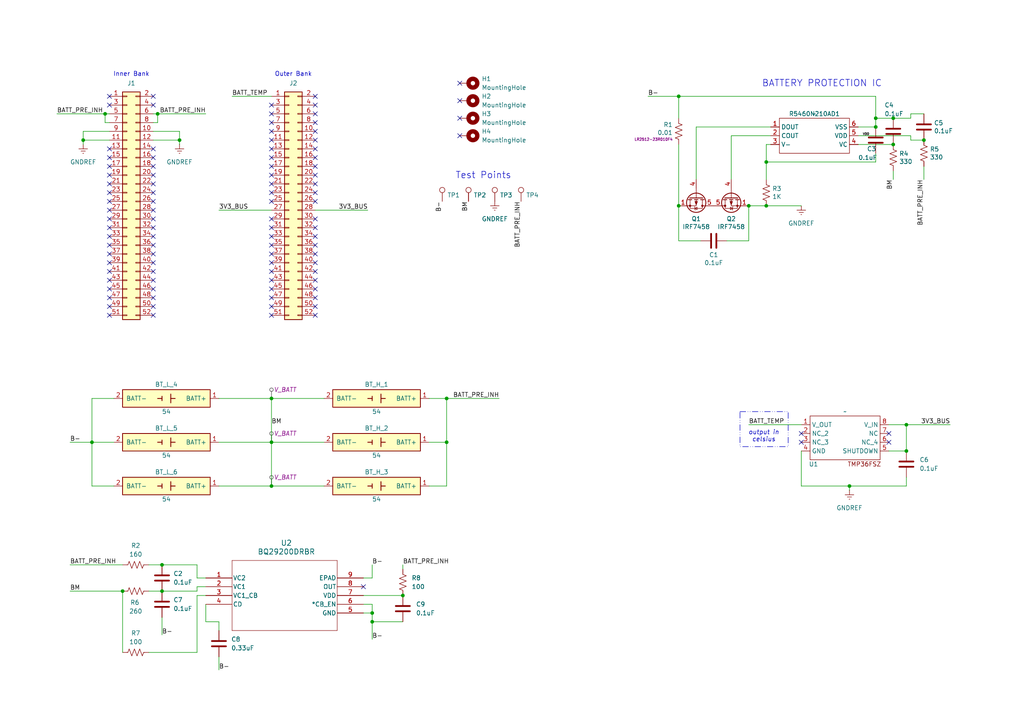
<source format=kicad_sch>
(kicad_sch (version 20231120) (generator "eeschema") (generator_version "8.0")
  (paper "A4")
  (lib_symbols
    (symbol "54_3" (pin_names (offset 1.016))
      (property "Reference" "BT16" (at 0 -4.064 0))
      (property "Value" "54" (at 0 3.81 0))
      (symbol "54_3_0_0"
        (rectangle (start -12.7 2.54) (end 12.7 -2.54) (stroke (width 0.254)) (fill (type background)))
        (polyline (pts (xy -1.27 0) (xy -2.54 0)) (stroke (width 0.254)))
        (polyline (pts (xy -1.27 0) (xy -1.27 -1.27)) (stroke (width 0.254)))
        (polyline (pts (xy -1.27 1.27) (xy -1.27 0)) (stroke (width 0.254)))
        (polyline (pts (xy 1.27 0) (xy 1.27 -0.635)) (stroke (width 0.254)))
        (polyline (pts (xy 1.27 0) (xy 2.54 0)) (stroke (width 0.254)))
        (polyline (pts (xy 1.27 0.635) (xy 1.27 0)) (stroke (width 0.254)))
      )
      (symbol "54_3_1_1"
        (pin passive line (at -15.24 0 0) (length 2.54) (name "BATT+") (number "1"))
        (pin passive line (at 15.24 0 180) (length 2.54) (name "BATT-") (number "2"))
      )
    )
    (symbol "BQ29200:BQ29200DRBR" (pin_names (offset 0.254))
      (property "Reference" "U2" (at 23.368 10.16 0))
      (property "Value" "BQ29200DRBR" (at 23.368 7.62 0))
      (symbol "BQ29200DRBR_0_1"
        (polyline (pts (xy 7.62 -15.24) (xy 38.1 -15.24)) (stroke (width 0.127)))
        (polyline (pts (xy 7.62 5.08) (xy 7.62 -15.24)) (stroke (width 0.127)))
        (polyline (pts (xy 38.1 -15.24) (xy 38.1 5.08)) (stroke (width 0.127)))
        (polyline (pts (xy 38.1 5.08) (xy 7.62 5.08)) (stroke (width 0.127)))
        (pin input line (at 0 0 0) (length 7.62) (name "VC2") (number "1"))
        (pin input line (at 0 -2.54 0) (length 7.62) (name "VC1") (number "2"))
        (pin input line (at 0 -5.08 0) (length 7.62) (name "VC1_CB") (number "3"))
        (pin unspecified line (at 0 -7.62 0) (length 7.62) (name "CD") (number "4"))
        (pin power_in line (at 45.72 -10.16 180) (length 7.62) (name "GND") (number "5"))
        (pin unspecified line (at 45.72 -7.62 180) (length 7.62) (name "*CB_EN") (number "6"))
        (pin power_in line (at 45.72 -5.08 180) (length 7.62) (name "VDD") (number "7"))
        (pin output line (at 45.72 -2.54 180) (length 7.62) (name "OUT") (number "8"))
        (pin power_in line (at 45.72 0 180) (length 7.62) (name "EPAD") (number "9"))
      )
    )
    (symbol "Conn_02x26_Odd_Even_1" (pin_names (offset 1.016) hide)
      (property "Reference" "J" (at 1.27 33.02 0))
      (property "Value" "Conn_02x26_Odd_Even" (at 1.27 -35.56 0))
      (symbol "Conn_02x26_Odd_Even_1_1_1"
        (rectangle (start -1.27 -32.893) (end 0 -33.147) (stroke (width 0.1524)))
        (rectangle (start -1.27 -30.353) (end 0 -30.607) (stroke (width 0.1524)))
        (rectangle (start -1.27 -27.813) (end 0 -28.067) (stroke (width 0.1524)))
        (rectangle (start -1.27 -25.273) (end 0 -25.527) (stroke (width 0.1524)))
        (rectangle (start -1.27 -22.733) (end 0 -22.987) (stroke (width 0.1524)))
        (rectangle (start -1.27 -20.193) (end 0 -20.447) (stroke (width 0.1524)))
        (rectangle (start -1.27 -17.653) (end 0 -17.907) (stroke (width 0.1524)))
        (rectangle (start -1.27 -15.113) (end 0 -15.367) (stroke (width 0.1524)))
        (rectangle (start -1.27 -12.573) (end 0 -12.827) (stroke (width 0.1524)))
        (rectangle (start -1.27 -10.033) (end 0 -10.287) (stroke (width 0.1524)))
        (rectangle (start -1.27 -7.493) (end 0 -7.747) (stroke (width 0.1524)))
        (rectangle (start -1.27 -4.953) (end 0 -5.207) (stroke (width 0.1524)))
        (rectangle (start -1.27 -2.413) (end 0 -2.667) (stroke (width 0.1524)))
        (rectangle (start -1.27 0.127) (end 0 -0.127) (stroke (width 0.1524)))
        (rectangle (start -1.27 2.667) (end 0 2.413) (stroke (width 0.1524)))
        (rectangle (start -1.27 5.207) (end 0 4.953) (stroke (width 0.1524)))
        (rectangle (start -1.27 7.747) (end 0 7.493) (stroke (width 0.1524)))
        (rectangle (start -1.27 10.287) (end 0 10.033) (stroke (width 0.1524)))
        (rectangle (start -1.27 12.827) (end 0 12.573) (stroke (width 0.1524)))
        (rectangle (start -1.27 15.367) (end 0 15.113) (stroke (width 0.1524)))
        (rectangle (start -1.27 17.907) (end 0 17.653) (stroke (width 0.1524)))
        (rectangle (start -1.27 20.447) (end 0 20.193) (stroke (width 0.1524)))
        (rectangle (start -1.27 22.987) (end 0 22.733) (stroke (width 0.1524)))
        (rectangle (start -1.27 25.527) (end 0 25.273) (stroke (width 0.1524)))
        (rectangle (start -1.27 28.067) (end 0 27.813) (stroke (width 0.1524)))
        (rectangle (start -1.27 30.607) (end 0 30.353) (stroke (width 0.1524)))
        (rectangle (start -1.27 31.75) (end 3.81 -34.29) (stroke (width 0.254)) (fill (type background)))
        (rectangle (start 3.81 -32.893) (end 2.54 -33.147) (stroke (width 0.1524)))
        (rectangle (start 3.81 -30.353) (end 2.54 -30.607) (stroke (width 0.1524)))
        (rectangle (start 3.81 -27.813) (end 2.54 -28.067) (stroke (width 0.1524)))
        (rectangle (start 3.81 -25.273) (end 2.54 -25.527) (stroke (width 0.1524)))
        (rectangle (start 3.81 -22.733) (end 2.54 -22.987) (stroke (width 0.1524)))
        (rectangle (start 3.81 -20.193) (end 2.54 -20.447) (stroke (width 0.1524)))
        (rectangle (start 3.81 -17.653) (end 2.54 -17.907) (stroke (width 0.1524)))
        (rectangle (start 3.81 -15.113) (end 2.54 -15.367) (stroke (width 0.1524)))
        (rectangle (start 3.81 -12.573) (end 2.54 -12.827) (stroke (width 0.1524)))
        (rectangle (start 3.81 -10.033) (end 2.54 -10.287) (stroke (width 0.1524)))
        (rectangle (start 3.81 -7.493) (end 2.54 -7.747) (stroke (width 0.1524)))
        (rectangle (start 3.81 -4.953) (end 2.54 -5.207) (stroke (width 0.1524)))
        (rectangle (start 3.81 -2.413) (end 2.54 -2.667) (stroke (width 0.1524)))
        (rectangle (start 3.81 0.127) (end 2.54 -0.127) (stroke (width 0.1524)))
        (rectangle (start 3.81 2.667) (end 2.54 2.413) (stroke (width 0.1524)))
        (rectangle (start 3.81 5.207) (end 2.54 4.953) (stroke (width 0.1524)))
        (rectangle (start 3.81 7.747) (end 2.54 7.493) (stroke (width 0.1524)))
        (rectangle (start 3.81 10.287) (end 2.54 10.033) (stroke (width 0.1524)))
        (rectangle (start 3.81 12.827) (end 2.54 12.573) (stroke (width 0.1524)))
        (rectangle (start 3.81 15.367) (end 2.54 15.113) (stroke (width 0.1524)))
        (rectangle (start 3.81 17.907) (end 2.54 17.653) (stroke (width 0.1524)))
        (rectangle (start 3.81 20.447) (end 2.54 20.193) (stroke (width 0.1524)))
        (rectangle (start 3.81 22.987) (end 2.54 22.733) (stroke (width 0.1524)))
        (rectangle (start 3.81 25.527) (end 2.54 25.273) (stroke (width 0.1524)))
        (rectangle (start 3.81 28.067) (end 2.54 27.813) (stroke (width 0.1524)))
        (rectangle (start 3.81 30.607) (end 2.54 30.353) (stroke (width 0.1524)))
        (pin passive line (at -5.08 30.48 0) (length 3.81) (name "Pin_1") (number "1"))
        (pin passive line (at 7.62 20.32 180) (length 3.81) (name "Pin_10") (number "10"))
        (pin passive line (at -5.08 17.78 0) (length 3.81) (name "Pin_11") (number "11"))
        (pin passive line (at 7.62 17.78 180) (length 3.81) (name "Pin_12") (number "12"))
        (pin passive line (at -5.08 15.24 0) (length 3.81) (name "Pin_13") (number "13"))
        (pin passive line (at 7.62 15.24 180) (length 3.81) (name "Pin_14") (number "14"))
        (pin passive line (at -5.08 12.7 0) (length 3.81) (name "Pin_15") (number "15"))
        (pin passive line (at 7.62 12.7 180) (length 3.81) (name "Pin_16") (number "16"))
        (pin passive line (at -5.08 10.16 0) (length 3.81) (name "Pin_17") (number "17"))
        (pin passive line (at 7.62 10.16 180) (length 3.81) (name "Pin_18") (number "18"))
        (pin passive line (at -5.08 7.62 0) (length 3.81) (name "Pin_19") (number "19"))
        (pin passive line (at 7.62 30.48 180) (length 3.81) (name "Pin_2") (number "2"))
        (pin passive line (at 7.62 7.62 180) (length 3.81) (name "Pin_20") (number "20"))
        (pin passive line (at -5.08 5.08 0) (length 3.81) (name "Pin_21") (number "21"))
        (pin passive line (at 7.62 5.08 180) (length 3.81) (name "Pin_22") (number "22"))
        (pin passive line (at -5.08 2.54 0) (length 3.81) (name "Pin_23") (number "23"))
        (pin passive line (at 7.62 2.54 180) (length 3.81) (name "Pin_24") (number "24"))
        (pin passive line (at -5.08 0 0) (length 3.81) (name "Pin_25") (number "25"))
        (pin passive line (at 7.62 0 180) (length 3.81) (name "Pin_26") (number "26"))
        (pin passive line (at -5.08 -2.54 0) (length 3.81) (name "Pin_27") (number "27"))
        (pin passive line (at 7.62 -2.54 180) (length 3.81) (name "Pin_28") (number "28"))
        (pin passive line (at -5.08 -5.08 0) (length 3.81) (name "Pin_29") (number "29"))
        (pin passive line (at -5.08 27.94 0) (length 3.81) (name "Pin_3") (number "3"))
        (pin passive line (at 7.62 -5.08 180) (length 3.81) (name "Pin_30") (number "30"))
        (pin passive line (at -5.08 -7.62 0) (length 3.81) (name "Pin_31") (number "31"))
        (pin passive line (at 7.62 -7.62 180) (length 3.81) (name "Pin_32") (number "32"))
        (pin passive line (at -5.08 -10.16 0) (length 3.81) (name "Pin_33") (number "33"))
        (pin passive line (at 7.62 -10.16 180) (length 3.81) (name "Pin_34") (number "34"))
        (pin passive line (at -5.08 -12.7 0) (length 3.81) (name "Pin_35") (number "35"))
        (pin passive line (at 7.62 -12.7 180) (length 3.81) (name "Pin_36") (number "36"))
        (pin passive line (at -5.08 -15.24 0) (length 3.81) (name "Pin_37") (number "37"))
        (pin passive line (at 7.62 -15.24 180) (length 3.81) (name "Pin_38") (number "38"))
        (pin passive line (at -5.08 -17.78 0) (length 3.81) (name "Pin_39") (number "39"))
        (pin passive line (at 7.62 27.94 180) (length 3.81) (name "Pin_4") (number "4"))
        (pin passive line (at 7.62 -17.78 180) (length 3.81) (name "Pin_40") (number "40"))
        (pin passive line (at -5.08 -20.32 0) (length 3.81) (name "Pin_41") (number "41"))
        (pin passive line (at 7.62 -20.32 180) (length 3.81) (name "Pin_42") (number "42"))
        (pin passive line (at -5.08 -22.86 0) (length 3.81) (name "Pin_43") (number "43"))
        (pin passive line (at 7.62 -22.86 180) (length 3.81) (name "Pin_44") (number "44"))
        (pin passive line (at -5.08 -25.4 0) (length 3.81) (name "Pin_45") (number "45"))
        (pin passive line (at 7.62 -25.4 180) (length 3.81) (name "Pin_46") (number "46"))
        (pin passive line (at -5.08 -27.94 0) (length 3.81) (name "Pin_47") (number "47"))
        (pin passive line (at 7.62 -27.94 180) (length 3.81) (name "Pin_48") (number "48"))
        (pin passive line (at -5.08 -30.48 0) (length 3.81) (name "Pin_49") (number "49"))
        (pin passive line (at -5.08 25.4 0) (length 3.81) (name "Pin_5") (number "5"))
        (pin passive line (at 7.62 -30.48 180) (length 3.81) (name "Pin_50") (number "50"))
        (pin passive line (at -5.08 -33.02 0) (length 3.81) (name "Pin_51") (number "51"))
        (pin passive line (at 7.62 -33.02 180) (length 3.81) (name "Pin_52") (number "52"))
        (pin passive line (at 7.62 25.4 180) (length 3.81) (name "Pin_6") (number "6"))
        (pin passive line (at -5.08 22.86 0) (length 3.81) (name "Pin_7") (number "7"))
        (pin passive line (at 7.62 22.86 180) (length 3.81) (name "Pin_8") (number "8"))
        (pin passive line (at -5.08 20.32 0) (length 3.81) (name "Pin_9") (number "9"))
      )
    )
    (symbol "Connector:TestPoint" (pin_numbers hide) (pin_names (offset 0.762) hide)
      (property "Reference" "TP" (at 0 6.858 0))
      (property "Value" "TestPoint" (at 0 5.08 0))
      (symbol "TestPoint_0_1"
        (circle (center 0 3.302) (radius 0.762))
      )
      (symbol "TestPoint_1_1"
        (pin passive line (at 0 0 90) (length 2.54) (name "1") (number "1"))
      )
    )
    (symbol "Connector_Generic:Conn_02x26_Odd_Even" (pin_names (offset 1.016) hide)
      (property "Reference" "J" (at 1.27 33.02 0))
      (property "Value" "Conn_02x26_Odd_Even" (at 1.27 -35.56 0))
      (symbol "Conn_02x26_Odd_Even_1_1"
        (rectangle (start -1.27 -32.893) (end 0 -33.147) (stroke (width 0.1524)))
        (rectangle (start -1.27 -30.353) (end 0 -30.607) (stroke (width 0.1524)))
        (rectangle (start -1.27 -27.813) (end 0 -28.067) (stroke (width 0.1524)))
        (rectangle (start -1.27 -25.273) (end 0 -25.527) (stroke (width 0.1524)))
        (rectangle (start -1.27 -22.733) (end 0 -22.987) (stroke (width 0.1524)))
        (rectangle (start -1.27 -20.193) (end 0 -20.447) (stroke (width 0.1524)))
        (rectangle (start -1.27 -17.653) (end 0 -17.907) (stroke (width 0.1524)))
        (rectangle (start -1.27 -15.113) (end 0 -15.367) (stroke (width 0.1524)))
        (rectangle (start -1.27 -12.573) (end 0 -12.827) (stroke (width 0.1524)))
        (rectangle (start -1.27 -10.033) (end 0 -10.287) (stroke (width 0.1524)))
        (rectangle (start -1.27 -7.493) (end 0 -7.747) (stroke (width 0.1524)))
        (rectangle (start -1.27 -4.953) (end 0 -5.207) (stroke (width 0.1524)))
        (rectangle (start -1.27 -2.413) (end 0 -2.667) (stroke (width 0.1524)))
        (rectangle (start -1.27 0.127) (end 0 -0.127) (stroke (width 0.1524)))
        (rectangle (start -1.27 2.667) (end 0 2.413) (stroke (width 0.1524)))
        (rectangle (start -1.27 5.207) (end 0 4.953) (stroke (width 0.1524)))
        (rectangle (start -1.27 7.747) (end 0 7.493) (stroke (width 0.1524)))
        (rectangle (start -1.27 10.287) (end 0 10.033) (stroke (width 0.1524)))
        (rectangle (start -1.27 12.827) (end 0 12.573) (stroke (width 0.1524)))
        (rectangle (start -1.27 15.367) (end 0 15.113) (stroke (width 0.1524)))
        (rectangle (start -1.27 17.907) (end 0 17.653) (stroke (width 0.1524)))
        (rectangle (start -1.27 20.447) (end 0 20.193) (stroke (width 0.1524)))
        (rectangle (start -1.27 22.987) (end 0 22.733) (stroke (width 0.1524)))
        (rectangle (start -1.27 25.527) (end 0 25.273) (stroke (width 0.1524)))
        (rectangle (start -1.27 28.067) (end 0 27.813) (stroke (width 0.1524)))
        (rectangle (start -1.27 30.607) (end 0 30.353) (stroke (width 0.1524)))
        (rectangle (start -1.27 31.75) (end 3.81 -34.29) (stroke (width 0.254)) (fill (type background)))
        (rectangle (start 3.81 -32.893) (end 2.54 -33.147) (stroke (width 0.1524)))
        (rectangle (start 3.81 -30.353) (end 2.54 -30.607) (stroke (width 0.1524)))
        (rectangle (start 3.81 -27.813) (end 2.54 -28.067) (stroke (width 0.1524)))
        (rectangle (start 3.81 -25.273) (end 2.54 -25.527) (stroke (width 0.1524)))
        (rectangle (start 3.81 -22.733) (end 2.54 -22.987) (stroke (width 0.1524)))
        (rectangle (start 3.81 -20.193) (end 2.54 -20.447) (stroke (width 0.1524)))
        (rectangle (start 3.81 -17.653) (end 2.54 -17.907) (stroke (width 0.1524)))
        (rectangle (start 3.81 -15.113) (end 2.54 -15.367) (stroke (width 0.1524)))
        (rectangle (start 3.81 -12.573) (end 2.54 -12.827) (stroke (width 0.1524)))
        (rectangle (start 3.81 -10.033) (end 2.54 -10.287) (stroke (width 0.1524)))
        (rectangle (start 3.81 -7.493) (end 2.54 -7.747) (stroke (width 0.1524)))
        (rectangle (start 3.81 -4.953) (end 2.54 -5.207) (stroke (width 0.1524)))
        (rectangle (start 3.81 -2.413) (end 2.54 -2.667) (stroke (width 0.1524)))
        (rectangle (start 3.81 0.127) (end 2.54 -0.127) (stroke (width 0.1524)))
        (rectangle (start 3.81 2.667) (end 2.54 2.413) (stroke (width 0.1524)))
        (rectangle (start 3.81 5.207) (end 2.54 4.953) (stroke (width 0.1524)))
        (rectangle (start 3.81 7.747) (end 2.54 7.493) (stroke (width 0.1524)))
        (rectangle (start 3.81 10.287) (end 2.54 10.033) (stroke (width 0.1524)))
        (rectangle (start 3.81 12.827) (end 2.54 12.573) (stroke (width 0.1524)))
        (rectangle (start 3.81 15.367) (end 2.54 15.113) (stroke (width 0.1524)))
        (rectangle (start 3.81 17.907) (end 2.54 17.653) (stroke (width 0.1524)))
        (rectangle (start 3.81 20.447) (end 2.54 20.193) (stroke (width 0.1524)))
        (rectangle (start 3.81 22.987) (end 2.54 22.733) (stroke (width 0.1524)))
        (rectangle (start 3.81 25.527) (end 2.54 25.273) (stroke (width 0.1524)))
        (rectangle (start 3.81 28.067) (end 2.54 27.813) (stroke (width 0.1524)))
        (rectangle (start 3.81 30.607) (end 2.54 30.353) (stroke (width 0.1524)))
        (pin passive line (at -5.08 30.48 0) (length 3.81) (name "Pin_1") (number "1"))
        (pin passive line (at 7.62 20.32 180) (length 3.81) (name "Pin_10") (number "10"))
        (pin passive line (at -5.08 17.78 0) (length 3.81) (name "Pin_11") (number "11"))
        (pin passive line (at 7.62 17.78 180) (length 3.81) (name "Pin_12") (number "12"))
        (pin passive line (at -5.08 15.24 0) (length 3.81) (name "Pin_13") (number "13"))
        (pin passive line (at 7.62 15.24 180) (length 3.81) (name "Pin_14") (number "14"))
        (pin passive line (at -5.08 12.7 0) (length 3.81) (name "Pin_15") (number "15"))
        (pin passive line (at 7.62 12.7 180) (length 3.81) (name "Pin_16") (number "16"))
        (pin passive line (at -5.08 10.16 0) (length 3.81) (name "Pin_17") (number "17"))
        (pin passive line (at 7.62 10.16 180) (length 3.81) (name "Pin_18") (number "18"))
        (pin passive line (at -5.08 7.62 0) (length 3.81) (name "Pin_19") (number "19"))
        (pin passive line (at 7.62 30.48 180) (length 3.81) (name "Pin_2") (number "2"))
        (pin passive line (at 7.62 7.62 180) (length 3.81) (name "Pin_20") (number "20"))
        (pin passive line (at -5.08 5.08 0) (length 3.81) (name "Pin_21") (number "21"))
        (pin passive line (at 7.62 5.08 180) (length 3.81) (name "Pin_22") (number "22"))
        (pin passive line (at -5.08 2.54 0) (length 3.81) (name "Pin_23") (number "23"))
        (pin passive line (at 7.62 2.54 180) (length 3.81) (name "Pin_24") (number "24"))
        (pin passive line (at -5.08 0 0) (length 3.81) (name "Pin_25") (number "25"))
        (pin passive line (at 7.62 0 180) (length 3.81) (name "Pin_26") (number "26"))
        (pin passive line (at -5.08 -2.54 0) (length 3.81) (name "Pin_27") (number "27"))
        (pin passive line (at 7.62 -2.54 180) (length 3.81) (name "Pin_28") (number "28"))
        (pin passive line (at -5.08 -5.08 0) (length 3.81) (name "Pin_29") (number "29"))
        (pin passive line (at -5.08 27.94 0) (length 3.81) (name "Pin_3") (number "3"))
        (pin passive line (at 7.62 -5.08 180) (length 3.81) (name "Pin_30") (number "30"))
        (pin passive line (at -5.08 -7.62 0) (length 3.81) (name "Pin_31") (number "31"))
        (pin passive line (at 7.62 -7.62 180) (length 3.81) (name "Pin_32") (number "32"))
        (pin passive line (at -5.08 -10.16 0) (length 3.81) (name "Pin_33") (number "33"))
        (pin passive line (at 7.62 -10.16 180) (length 3.81) (name "Pin_34") (number "34"))
        (pin passive line (at -5.08 -12.7 0) (length 3.81) (name "Pin_35") (number "35"))
        (pin passive line (at 7.62 -12.7 180) (length 3.81) (name "Pin_36") (number "36"))
        (pin passive line (at -5.08 -15.24 0) (length 3.81) (name "Pin_37") (number "37"))
        (pin passive line (at 7.62 -15.24 180) (length 3.81) (name "Pin_38") (number "38"))
        (pin passive line (at -5.08 -17.78 0) (length 3.81) (name "Pin_39") (number "39"))
        (pin passive line (at 7.62 27.94 180) (length 3.81) (name "Pin_4") (number "4"))
        (pin passive line (at 7.62 -17.78 180) (length 3.81) (name "Pin_40") (number "40"))
        (pin passive line (at -5.08 -20.32 0) (length 3.81) (name "Pin_41") (number "41"))
        (pin passive line (at 7.62 -20.32 180) (length 3.81) (name "Pin_42") (number "42"))
        (pin passive line (at -5.08 -22.86 0) (length 3.81) (name "Pin_43") (number "43"))
        (pin passive line (at 7.62 -22.86 180) (length 3.81) (name "Pin_44") (number "44"))
        (pin passive line (at -5.08 -25.4 0) (length 3.81) (name "Pin_45") (number "45"))
        (pin passive line (at 7.62 -25.4 180) (length 3.81) (name "Pin_46") (number "46"))
        (pin passive line (at -5.08 -27.94 0) (length 3.81) (name "Pin_47") (number "47"))
        (pin passive line (at 7.62 -27.94 180) (length 3.81) (name "Pin_48") (number "48"))
        (pin passive line (at -5.08 -30.48 0) (length 3.81) (name "Pin_49") (number "49"))
        (pin passive line (at -5.08 25.4 0) (length 3.81) (name "Pin_5") (number "5"))
        (pin passive line (at 7.62 -30.48 180) (length 3.81) (name "Pin_50") (number "50"))
        (pin passive line (at -5.08 -33.02 0) (length 3.81) (name "Pin_51") (number "51"))
        (pin passive line (at 7.62 -33.02 180) (length 3.81) (name "Pin_52") (number "52"))
        (pin passive line (at 7.62 25.4 180) (length 3.81) (name "Pin_6") (number "6"))
        (pin passive line (at -5.08 22.86 0) (length 3.81) (name "Pin_7") (number "7"))
        (pin passive line (at 7.62 22.86 180) (length 3.81) (name "Pin_8") (number "8"))
        (pin passive line (at -5.08 20.32 0) (length 3.81) (name "Pin_9") (number "9"))
      )
    )
    (symbol "Device:C" (pin_numbers hide) (pin_names (offset 0.254))
      (property "Reference" "C" (at 0.635 2.54 0))
      (property "Value" "C" (at 0.635 -2.54 0))
      (symbol "C_0_1"
        (polyline (pts (xy -2.032 -0.762) (xy 2.032 -0.762)) (stroke (width 0.508)))
        (polyline (pts (xy -2.032 0.762) (xy 2.032 0.762)) (stroke (width 0.508)))
      )
      (symbol "C_1_1"
        (pin passive line (at 0 3.81 270) (length 2.794) (name "~") (number "1"))
        (pin passive line (at 0 -3.81 90) (length 2.794) (name "~") (number "2"))
      )
    )
    (symbol "Device:R_US" (pin_numbers hide) (pin_names (offset 0))
      (property "Reference" "R" (at 2.54 0 90))
      (property "Value" "R_US" (at -2.54 0 90))
      (symbol "R_US_0_1"
        (polyline (pts (xy 0 -2.286) (xy 0 -2.54)))
        (polyline (pts (xy 0 2.286) (xy 0 2.54)))
        (polyline (pts (xy 0 -0.762) (xy 1.016 -1.143) (xy 0 -1.524) (xy -1.016 -1.905) (xy 0 -2.286)))
        (polyline (pts (xy 0 0.762) (xy 1.016 0.381) (xy 0 0) (xy -1.016 -0.381) (xy 0 -0.762)))
        (polyline (pts (xy 0 2.286) (xy 1.016 1.905) (xy 0 1.524) (xy -1.016 1.143) (xy 0 0.762)))
      )
      (symbol "R_US_1_1"
        (pin passive line (at 0 3.81 270) (length 1.27) (name "~") (number "1"))
        (pin passive line (at 0 -3.81 90) (length 1.27) (name "~") (number "2"))
      )
    )
    (symbol "Mechanical:MountingHole_Pad_MP" (pin_numbers hide) (pin_names (offset 1.016) hide) (exclude_from_sim yes) (in_bom no)
      (property "Reference" "H" (at 0 6.35 0))
      (property "Value" "MountingHole_Pad_MP" (at 0 4.445 0))
      (symbol "MountingHole_Pad_MP_0_1"
        (circle (center 0 1.27) (radius 1.27) (stroke (width 1.27)))
      )
      (symbol "MountingHole_Pad_MP_1_1"
        (pin input line (at 0 -2.54 90) (length 2.54) (name "MP") (number "MP"))
      )
    )
    (symbol "NewSymbols:R5460N233AF"
      (property "Reference" "R5460N233AF" (at -0.254 7.112 0))
      (symbol "R5460N233AF_0_1"
        (polyline (pts (xy -10.16 5.08) (xy 10.16 5.08) (xy 10.16 -5.08) (xy -10.16 -5.08) (xy -10.16 5.08)))
      )
      (symbol "R5460N233AF_1_1"
        (pin input line (at -12.7 2.54 0) (length 2.54) (name "DOUT") (number "1"))
        (pin input line (at -12.7 0 0) (length 2.54) (name "COUT") (number "2"))
        (pin input line (at -12.7 -2.54 0) (length 2.54) (name "V-") (number "3"))
        (pin input line (at 12.7 -2.54 180) (length 2.54) (name "VC") (number "4"))
        (pin input line (at 12.7 0 180) (length 2.54) (name "VDD") (number "5"))
        (pin input line (at 12.7 2.54 180) (length 2.54) (name "VSS") (number "6"))
      )
    )
    (symbol "Transistor_FET:IRF7404" (pin_names hide)
      (property "Reference" "Q" (at 5.08 1.905 0))
      (property "Value" "IRF7404" (at 5.08 0 0))
      (symbol "IRF7404_0_1"
        (polyline (pts (xy 0.254 0) (xy -2.54 0)))
        (polyline (pts (xy 0.254 1.905) (xy 0.254 -1.905)) (stroke (width 0.254)))
        (polyline (pts (xy 0.762 -1.27) (xy 0.762 -2.286)) (stroke (width 0.254)))
        (polyline (pts (xy 0.762 0.508) (xy 0.762 -0.508)) (stroke (width 0.254)))
        (polyline (pts (xy 0.762 2.286) (xy 0.762 1.27)) (stroke (width 0.254)))
        (polyline (pts (xy 2.54 2.54) (xy 2.54 1.778)))
        (polyline (pts (xy 2.54 -2.54) (xy 2.54 0) (xy 0.762 0)))
        (polyline (pts (xy 0.762 1.778) (xy 3.302 1.778) (xy 3.302 -1.778) (xy 0.762 -1.778)))
        (polyline (pts (xy 2.286 0) (xy 1.27 0.381) (xy 1.27 -0.381) (xy 2.286 0)) (fill (type outline)))
        (polyline (pts (xy 2.794 -0.508) (xy 2.921 -0.381) (xy 3.683 -0.381) (xy 3.81 -0.254)))
        (polyline (pts (xy 3.302 -0.381) (xy 2.921 0.254) (xy 3.683 0.254) (xy 3.302 -0.381)))
        (circle (center 1.651 0) (radius 2.794) (stroke (width 0.254)))
        (circle (center 2.54 -1.778) (radius 0.254) (fill (type outline)))
        (circle (center 2.54 1.778) (radius 0.254) (fill (type outline)))
      )
      (symbol "IRF7404_1_1"
        (pin passive line (at 2.54 -5.08 90) (length 2.54) (name "S") (number "1"))
        (pin passive line (at 2.54 -5.08 90) (length 2.54) hide (name "S") (number "2"))
        (pin passive line (at 2.54 -5.08 90) (length 2.54) hide (name "S") (number "3"))
        (pin passive line (at -5.08 0 0) (length 2.54) (name "G") (number "4"))
        (pin passive line (at 2.54 5.08 270) (length 2.54) (name "D") (number "5"))
        (pin passive line (at 2.54 5.08 270) (length 2.54) hide (name "D") (number "6"))
        (pin passive line (at 2.54 5.08 270) (length 2.54) hide (name "D") (number "7"))
        (pin passive line (at 2.54 5.08 270) (length 2.54) hide (name "D") (number "8"))
      )
    )
    (symbol "pdu:TMP36FSZ"
      (property "Reference" "U4" (at -9.144 -7.62 0))
      (property "Value" "~" (at 0 7.62 0))
      (symbol "TMP36FSZ_0_1"
        (rectangle (start -10.16 6.35) (end 10.16 -6.35))
      )
      (symbol "TMP36FSZ_1_1"
        (text "TMP36FSZ\n" (at 5.588 -7.62 0) (effects (font (size 1.27 1.27))))
        (pin output line (at -12.7 3.81 0) (length 2.54) (name "V_OUT") (number "1"))
        (pin passive line (at -12.7 1.27 0) (length 2.54) (name "NC_2") (number "2"))
        (pin passive line (at -12.7 -1.27 0) (length 2.54) (name "NC_3") (number "3"))
        (pin passive line (at -12.7 -3.81 0) (length 2.54) (name "GND") (number "4"))
        (pin input line (at 12.7 -3.81 180) (length 2.54) (name "SHUTDOWN") (number "5"))
        (pin passive line (at 12.7 -1.27 180) (length 2.54) (name "NC_4") (number "6"))
        (pin passive line (at 12.7 1.27 180) (length 2.54) (name "NC") (number "7"))
        (pin output line (at 12.7 3.81 180) (length 2.54) (name "V_IN") (number "8"))
      )
    )
    (symbol "power:GNDREF" (power) (pin_numbers hide) (pin_names (offset 0) hide)
      (property "Value" "GNDREF" (at 0 -3.81 0))
      (symbol "GNDREF_0_1"
        (polyline (pts (xy -0.635 -1.905) (xy 0.635 -1.905)))
        (polyline (pts (xy -0.127 -2.54) (xy 0.127 -2.54)))
        (polyline (pts (xy 0 -1.27) (xy 0 0)))
        (polyline (pts (xy 1.27 -1.27) (xy -1.27 -1.27)))
      )
      (symbol "GNDREF_1_1"
        (pin power_in line (at 0 0 270) (length 0) (name "~") (number "1"))
      )
    )
  )
  (junction (at 196.85 27.94))
  (junction (at 52.07 40.64))
  (junction (at 116.84 172.72))
  (junction (at 107.95 180.34))
  (junction (at 26.67 128.27))
  (junction (at 254 36.83))
  (junction (at 246.38 140.97))
  (junction (at 222.25 59.69))
  (junction (at 24.13 40.64))
  (junction (at 35.56 171.45))
  (junction (at 129.54 115.57))
  (junction (at 259.08 34.29))
  (junction (at 78.74 128.27))
  (junction (at 217.17 59.69))
  (junction (at 30.48 33.02))
  (junction (at 267.97 40.64))
  (junction (at 78.74 140.97))
  (junction (at 78.74 115.57))
  (junction (at 254 34.29))
  (junction (at 196.85 59.69))
  (junction (at 46.99 171.45))
  (junction (at 45.72 33.02))
  (junction (at 222.25 46.99))
  (junction (at 107.95 177.8))
  (junction (at 259.08 41.91))
  (junction (at 129.54 128.27))
  (junction (at 262.89 123.19))
  (junction (at 46.99 163.83))
  (junction (at 262.89 130.81))
  (no_connect (at 91.44 53.34))
  (no_connect (at 91.44 38.1))
  (no_connect (at 91.44 43.18))
  (no_connect (at 91.44 91.44))
  (no_connect (at 44.45 73.66))
  (no_connect (at 31.75 30.48))
  (no_connect (at 78.74 63.5))
  (no_connect (at 44.45 91.44))
  (no_connect (at 91.44 30.48))
  (no_connect (at 105.41 170.18))
  (no_connect (at 44.45 71.12))
  (no_connect (at 91.44 73.66))
  (no_connect (at 91.44 35.56))
  (no_connect (at 133.35 34.29))
  (no_connect (at 78.74 76.2))
  (no_connect (at 133.35 39.37))
  (no_connect (at 91.44 78.74))
  (no_connect (at 31.75 91.44))
  (no_connect (at 78.74 71.12))
  (no_connect (at 133.35 24.13))
  (no_connect (at 78.74 68.58))
  (no_connect (at 31.75 66.04))
  (no_connect (at 78.74 66.04))
  (no_connect (at 31.75 53.34))
  (no_connect (at 91.44 71.12))
  (no_connect (at 91.44 81.28))
  (no_connect (at 91.44 40.64))
  (no_connect (at 31.75 81.28))
  (no_connect (at 44.45 53.34))
  (no_connect (at 78.74 55.88))
  (no_connect (at 78.74 30.48))
  (no_connect (at 91.44 55.88))
  (no_connect (at 31.75 83.82))
  (no_connect (at 44.45 63.5))
  (no_connect (at 44.45 68.58))
  (no_connect (at 44.45 58.42))
  (no_connect (at 78.74 86.36))
  (no_connect (at 232.41 128.27))
  (no_connect (at 44.45 83.82))
  (no_connect (at 78.74 35.56))
  (no_connect (at 31.75 48.26))
  (no_connect (at 91.44 45.72))
  (no_connect (at 44.45 45.72))
  (no_connect (at 31.75 78.74))
  (no_connect (at 44.45 78.74))
  (no_connect (at 44.45 66.04))
  (no_connect (at 78.74 88.9))
  (no_connect (at 31.75 45.72))
  (no_connect (at 31.75 68.58))
  (no_connect (at 44.45 27.94))
  (no_connect (at 91.44 86.36))
  (no_connect (at 44.45 86.36))
  (no_connect (at 44.45 88.9))
  (no_connect (at 78.74 83.82))
  (no_connect (at 91.44 83.82))
  (no_connect (at 78.74 50.8))
  (no_connect (at 91.44 88.9))
  (no_connect (at 31.75 58.42))
  (no_connect (at 257.81 125.73))
  (no_connect (at 91.44 63.5))
  (no_connect (at 91.44 48.26))
  (no_connect (at 44.45 48.26))
  (no_connect (at 78.74 53.34))
  (no_connect (at 31.75 63.5))
  (no_connect (at 78.74 45.72))
  (no_connect (at 91.44 66.04))
  (no_connect (at 91.44 33.02))
  (no_connect (at 78.74 91.44))
  (no_connect (at 78.74 81.28))
  (no_connect (at 31.75 50.8))
  (no_connect (at 31.75 86.36))
  (no_connect (at 133.35 29.21))
  (no_connect (at 78.74 48.26))
  (no_connect (at 31.75 27.94))
  (no_connect (at 78.74 73.66))
  (no_connect (at 91.44 58.42))
  (no_connect (at 78.74 43.18))
  (no_connect (at 31.75 71.12))
  (no_connect (at 91.44 27.94))
  (no_connect (at 78.74 40.64))
  (no_connect (at 78.74 33.02))
  (no_connect (at 78.74 78.74))
  (no_connect (at 44.45 81.28))
  (no_connect (at 44.45 76.2))
  (no_connect (at 31.75 43.18))
  (no_connect (at 91.44 50.8))
  (no_connect (at 91.44 76.2))
  (no_connect (at 78.74 38.1))
  (no_connect (at 31.75 73.66))
  (no_connect (at 44.45 55.88))
  (no_connect (at 31.75 88.9))
  (no_connect (at 31.75 76.2))
  (no_connect (at 44.45 43.18))
  (no_connect (at 232.41 125.73))
  (no_connect (at 44.45 60.96))
  (no_connect (at 91.44 68.58))
  (no_connect (at 78.74 58.42))
  (no_connect (at 44.45 50.8))
  (no_connect (at 31.75 55.88))
  (no_connect (at 257.81 128.27))
  (no_connect (at 44.45 30.48))
  (no_connect (at 31.75 60.96))
  (wire (pts (xy 26.67 128.27) (xy 33.02 128.27)))
  (wire (pts (xy 46.99 179.07) (xy 46.99 184.15)))
  (wire (pts (xy 124.46 115.57) (xy 129.54 115.57)))
  (wire (pts (xy 262.89 138.43) (xy 262.89 140.97)))
  (wire (pts (xy 262.89 123.19) (xy 275.59 123.19)))
  (wire (pts (xy 45.72 35.56) (xy 45.72 33.02)))
  (wire (pts (xy 30.48 35.56) (xy 30.48 33.02)))
  (wire (pts (xy 259.08 52.07) (xy 259.08 49.53)))
  (wire (pts (xy 203.2 69.85) (xy 196.85 69.85)))
  (wire (pts (xy 20.32 163.83) (xy 35.56 163.83)))
  (wire (pts (xy 107.95 180.34) (xy 107.95 185.42)))
  (wire (pts (xy 210.82 69.85) (xy 217.17 69.85)))
  (wire (pts (xy 201.93 36.83) (xy 223.52 36.83)))
  (wire (pts (xy 248.92 41.91) (xy 259.08 41.91)))
  (wire (pts (xy 78.74 115.57) (xy 93.98 115.57)))
  (wire (pts (xy 46.99 171.45) (xy 57.15 171.45)))
  (wire (pts (xy 217.17 59.69) (xy 222.25 59.69)))
  (wire (pts (xy 63.5 128.27) (xy 78.74 128.27)))
  (wire (pts (xy 232.41 130.81) (xy 232.41 140.97)))
  (wire (pts (xy 116.84 180.34) (xy 107.95 180.34)))
  (wire (pts (xy 217.17 69.85) (xy 217.17 59.69)))
  (wire (pts (xy 57.15 170.18) (xy 59.69 170.18)))
  (wire (pts (xy 24.13 40.64) (xy 24.13 41.91)))
  (wire (pts (xy 257.81 130.81) (xy 262.89 130.81)))
  (wire (pts (xy 107.95 177.8) (xy 107.95 175.26)))
  (wire (pts (xy 257.81 123.19) (xy 262.89 123.19)))
  (wire (pts (xy 43.18 171.45) (xy 46.99 171.45)))
  (wire (pts (xy 246.38 140.97) (xy 262.89 140.97)))
  (wire (pts (xy 59.69 180.34) (xy 59.69 175.26)))
  (wire (pts (xy 26.67 115.57) (xy 26.67 128.27)))
  (wire (pts (xy 248.92 36.83) (xy 254 36.83)))
  (wire (pts (xy 57.15 167.64) (xy 57.15 163.83)))
  (wire (pts (xy 30.48 35.56) (xy 31.75 35.56)))
  (wire (pts (xy 57.15 163.83) (xy 46.99 163.83)))
  (wire (pts (xy 44.45 33.02) (xy 45.72 33.02)))
  (wire (pts (xy 124.46 128.27) (xy 129.54 128.27)))
  (wire (pts (xy 116.84 163.83) (xy 116.84 165.1)))
  (wire (pts (xy 201.93 52.07) (xy 201.93 36.83)))
  (wire (pts (xy 254 46.99) (xy 222.25 46.99)))
  (wire (pts (xy 129.54 115.57) (xy 144.78 115.57)))
  (wire (pts (xy 124.46 140.97) (xy 129.54 140.97)))
  (wire (pts (xy 254 44.45) (xy 254 46.99)))
  (wire (pts (xy 212.09 39.37) (xy 223.52 39.37)))
  (wire (pts (xy 44.45 38.1) (xy 52.07 38.1)))
  (wire (pts (xy 20.32 171.45) (xy 35.56 171.45)))
  (wire (pts (xy 24.13 38.1) (xy 24.13 40.64)))
  (wire (pts (xy 26.67 115.57) (xy 33.02 115.57)))
  (wire (pts (xy 44.45 35.56) (xy 45.72 35.56)))
  (wire (pts (xy 63.5 180.34) (xy 59.69 180.34)))
  (wire (pts (xy 63.5 182.88) (xy 63.5 180.34)))
  (wire (pts (xy 26.67 140.97) (xy 33.02 140.97)))
  (wire (pts (xy 20.32 128.27) (xy 26.67 128.27)))
  (wire (pts (xy 57.15 172.72) (xy 57.15 189.23)))
  (wire (pts (xy 254 34.29) (xy 254 36.83)))
  (wire (pts (xy 248.92 39.37) (xy 264.16 39.37)))
  (wire (pts (xy 78.74 128.27) (xy 93.98 128.27)))
  (wire (pts (xy 107.95 163.83) (xy 107.95 167.64)))
  (wire (pts (xy 196.85 27.94) (xy 187.96 27.94)))
  (wire (pts (xy 57.15 189.23) (xy 43.18 189.23)))
  (wire (pts (xy 63.5 140.97) (xy 78.74 140.97)))
  (wire (pts (xy 264.16 39.37) (xy 264.16 40.64)))
  (wire (pts (xy 246.38 140.97) (xy 246.38 142.24)))
  (wire (pts (xy 63.5 60.96) (xy 78.74 60.96)))
  (wire (pts (xy 264.16 40.64) (xy 267.97 40.64)))
  (wire (pts (xy 63.5 115.57) (xy 78.74 115.57)))
  (wire (pts (xy 57.15 171.45) (xy 57.15 170.18)))
  (wire (pts (xy 59.69 167.64) (xy 57.15 167.64)))
  (wire (pts (xy 264.16 33.02) (xy 267.97 33.02)))
  (wire (pts (xy 129.54 128.27) (xy 129.54 140.97)))
  (wire (pts (xy 105.41 172.72) (xy 116.84 172.72)))
  (wire (pts (xy 196.85 69.85) (xy 196.85 59.69)))
  (wire (pts (xy 217.17 123.19) (xy 232.41 123.19)))
  (wire (pts (xy 31.75 38.1) (xy 24.13 38.1)))
  (wire (pts (xy 52.07 38.1) (xy 52.07 40.64)))
  (wire (pts (xy 24.13 40.64) (xy 31.75 40.64)))
  (wire (pts (xy 52.07 40.64) (xy 52.07 41.91)))
  (wire (pts (xy 254 27.94) (xy 196.85 27.94)))
  (wire (pts (xy 78.74 115.57) (xy 78.74 128.27)))
  (wire (pts (xy 107.95 180.34) (xy 107.95 177.8)))
  (wire (pts (xy 63.5 190.5) (xy 63.5 194.31)))
  (wire (pts (xy 59.69 172.72) (xy 57.15 172.72)))
  (wire (pts (xy 212.09 39.37) (xy 212.09 52.07)))
  (wire (pts (xy 105.41 177.8) (xy 107.95 177.8)))
  (wire (pts (xy 222.25 52.07) (xy 222.25 46.99)))
  (wire (pts (xy 91.44 60.96) (xy 106.68 60.96)))
  (wire (pts (xy 232.41 140.97) (xy 246.38 140.97)))
  (wire (pts (xy 44.45 40.64) (xy 52.07 40.64)))
  (wire (pts (xy 222.25 41.91) (xy 223.52 41.91)))
  (wire (pts (xy 26.67 128.27) (xy 26.67 140.97)))
  (wire (pts (xy 262.89 123.19) (xy 262.89 130.81)))
  (wire (pts (xy 107.95 175.26) (xy 105.41 175.26)))
  (wire (pts (xy 129.54 115.57) (xy 129.54 128.27)))
  (wire (pts (xy 35.56 171.45) (xy 35.56 189.23)))
  (wire (pts (xy 78.74 128.27) (xy 78.74 140.97)))
  (wire (pts (xy 264.16 34.29) (xy 264.16 33.02)))
  (wire (pts (xy 16.51 33.02) (xy 30.48 33.02)))
  (wire (pts (xy 232.41 59.69) (xy 222.25 59.69)))
  (wire (pts (xy 107.95 167.64) (xy 105.41 167.64)))
  (wire (pts (xy 46.99 163.83) (xy 43.18 163.83)))
  (wire (pts (xy 30.48 33.02) (xy 31.75 33.02)))
  (wire (pts (xy 259.08 34.29) (xy 264.16 34.29)))
  (wire (pts (xy 196.85 27.94) (xy 196.85 34.29)))
  (wire (pts (xy 67.31 27.94) (xy 78.74 27.94)))
  (wire (pts (xy 254 34.29) (xy 254 27.94)))
  (wire (pts (xy 45.72 33.02) (xy 59.69 33.02)))
  (wire (pts (xy 254 34.29) (xy 259.08 34.29)))
  (wire (pts (xy 222.25 46.99) (xy 222.25 41.91)))
  (wire (pts (xy 78.74 140.97) (xy 93.98 140.97)))
  (wire (pts (xy 196.85 59.69) (xy 196.85 41.91)))
  (wire (pts (xy 267.97 52.07) (xy 267.97 48.26)))
  (rectangle (start 214.63 119.38) (end 228.6 129.54) (stroke (width 0) (type dash_dot_dot)))
  (text "Test Points" (at 132.08 52.07 0) (effects (font (size 1.905 1.905)) (justify left bottom)))
  (text "output in\ncelsius" (at 221.5336 126.5536 0) (effects (font (size 1.27 1.27) (italic yes))))
  (text "Outer Bank" (at 85.09 21.59 0) (effects (font (size 1.27 1.27))))
  (text "Inner Bank" (at 38.1 21.59 0) (effects (font (size 1.27 1.27))))
  (text "BATTERY PROTECTION IC" (at 220.98 25.4 0) (effects (font (size 1.905 1.905)) (justify left bottom)))
  (label "B-" (at 187.96 27.94 0))
  (label "BM" (at 135.89 58.42 270))
  (label "BATT_PRE_INH" (at 59.69 33.02 180))
  (label "VDD" (at 250.19 39.37 0) (effects (font (size 0.635 0.635))))
  (label "B-" (at 63.5 194.31 0))
  (label "BATT_PRE_INH" (at 116.84 163.83 0))
  (label "BATT_PRE_INH" (at 20.32 163.83 0))
  (label "BATT_PRE_INH" (at 16.51 33.02 0))
  (label "BATT_PRE_INH" (at 144.78 115.57 180))
  (label "BATT_PRE_INH" (at 151.13 58.42 270))
  (label "B-" (at 20.32 128.27 0))
  (label "3V3_BUS" (at 63.5 60.96 0))
  (label "B-" (at 107.95 185.42 0))
  (label "BM" (at 259.08 52.07 270))
  (label "3V3_BUS" (at 275.59 123.19 180))
  (label "BATT_TEMP" (at 217.17 123.19 0))
  (label "BM" (at 78.74 123.19 0))
  (label "3V3_BUS" (at 106.68 60.96 180))
  (label "BATT_PRE_INH" (at 267.97 52.07 270))
  (label "B-" (at 46.99 184.15 0))
  (label "B-" (at 107.95 163.83 0))
  (label "B-" (at 128.27 58.42 270))
  (label "BATT_TEMP" (at 67.31 27.94 0))
  (label "BM" (at 20.32 171.45 0))
  (netclass_flag "" (length 2.54) (shape round) (at 78.74 140.97 0) (property "Netclass" "V_BATT" (at 79.4385 138.43 0) (effects (font (italic yes)) (justify left))))
  (netclass_flag "" (length 2.54) (shape round) (at 78.74 128.27 0) (property "Netclass" "V_BATT" (at 79.4385 125.73 0) (effects (font (italic yes)) (justify left))))
  (netclass_flag "" (length 2.54) (shape round) (at 78.74 115.57 0) (property "Netclass" "V_BATT" (at 79.4385 113.03 0) (effects (font (italic yes)) (justify left))))
  (symbol (lib_name "Conn_02x26_Odd_Even_1") (lib_id "Connector_Generic:Conn_02x26_Odd_Even") (at 36.83 58.42 0) (unit 1)
    (property "Reference" "J1" (at 38.1 24.13 0))
    (property "Value" "Conn_02x26_Odd_Even" (effects (hide yes)))
    (property "Footprint" "Connector_PinHeader_2.54mm:PinHeader_2x26_P2.54mm_Vertical" (effects (hide yes)))
    (property "Description" "Generic connector, double row, 02x26, odd/even pin numbering scheme (row 1 odd numbers, row 2 even numbers), script generated (kicad-library-utils/schlib/autogen/connector/)" (effects (hide yes)))
  )
  (symbol (lib_id "Device:C") (at 116.84 176.53 0) (unit 1)
    (property "Reference" "C9" (at 120.65 175.2599 0) (effects (justify left)))
    (property "Value" "0.1uF" (at 120.65 177.7999 0) (effects (justify left)))
    (property "Description" "Unpolarized capacitor" (effects (hide yes)))
  )
  (symbol (lib_name "54_3") (lib_id "54 -- Battery clips:54") (at 48.26 140.97 180) (unit 1)
    (property "Reference" "BT_L_6" (at 48.26 136.906 0))
    (property "Value" "54" (at 48.26 144.78 0))
    (property "Footprint" "254:BAT_254_1" (effects (hide yes)))
    (property "PARTREV" "E" (effects (hide yes)))
    (property "STANDARD" "Manufacturer Recommendations" (effects (hide yes)))
    (property "MAXIMUM_PACKAGE_HEIGHT" "18.3mm" (effects (hide yes)))
    (property "MANUFACTURER" "Keystone Electronics" (effects (hide yes)))
  )
  (symbol (lib_id "Device:R_US") (at 267.97 44.45 180) (unit 1)
    (property "Reference" "R5" (at 269.6972 43.2816 0) (effects (justify right)))
    (property "Value" "330" (at 269.6972 45.593 0) (effects (justify right)))
    (property "Footprint" "Resistor_SMD:R_0603_1608Metric" (effects (hide yes)))
  )
  (symbol (lib_id "Connector:TestPoint") (at 151.13 58.42 0) (unit 1)
    (property "Reference" "TP4" (at 152.6032 56.5912 0) (effects (justify left)))
    (property "Value" "TestPoint" (effects (hide yes)))
    (property "Footprint" "TestPoint:TestPoint_Loop_D1.80mm_Drill1.0mm_Beaded" (effects (hide yes)))
  )
  (symbol (lib_id "Device:C") (at 262.89 134.62 180) (unit 1)
    (property "Reference" "C6" (at 266.7 133.3499 0) (effects (justify right)))
    (property "Value" "0.1uF" (at 266.7 135.8899 0) (effects (justify right)))
    (property "Footprint" "Capacitor_SMD:C_0603_1608Metric" (effects (hide yes)))
    (property "Description" "Unpolarized capacitor" (effects (hide yes)))
  )
  (symbol (lib_id "power:GNDREF") (at 232.41 59.69 0) (unit 1)
    (property "Reference" "#PWR5" (effects (hide yes)))
    (property "Value" "GNDREF" (at 232.41 64.77 0))
    (property "Description" "Power symbol creates a global label with name \"GNDREF\" , reference supply ground" (effects (hide yes)))
  )
  (symbol (lib_id "Device:R_US") (at 196.85 38.1 0) (unit 1)
    (property "Reference" "R1" (at 195.1228 36.1696 0) (effects (justify right)))
    (property "Value" "0.01" (at 195.1228 38.481 0) (effects (justify right)))
    (property "Footprint" "Resistor_SMD:R_2512_6332Metric" (effects (hide yes)))
    (property "PN" "LR2512-23R010F4" (at 195.1228 40.4114 0) (effects (font (size 0.762 0.762)) (justify right)))
  )
  (symbol (lib_id "Device:R_US") (at 222.25 55.88 0) (unit 1)
    (property "Reference" "R3" (at 223.9772 54.7116 0) (effects (justify left)))
    (property "Value" "1K" (at 223.9772 57.023 0) (effects (justify left)))
    (property "Footprint" "Resistor_SMD:R_0603_1608Metric" (effects (hide yes)))
  )
  (symbol (lib_id "Device:R_US") (at 39.37 163.83 90) (unit 1)
    (property "Reference" "R2" (at 39.37 158.242 90))
    (property "Value" "160" (at 39.37 160.782 90))
    (property "Description" "Resistor, US symbol" (effects (hide yes)))
  )
  (symbol (lib_id "Transistor_FET:IRF7404") (at 212.09 57.15 90) (mirror x) (unit 1)
    (property "Reference" "Q2" (at 212.09 63.4746 90))
    (property "Value" "IRF7458" (at 212.09 65.786 90))
    (property "Footprint" "Package_SO:SOIC-8_3.9x4.9mm_P1.27mm" (effects (hide yes)))
    (property "Datasheet" "http://www.infineon.com/dgdl/irf7404.pdf?fileId=5546d462533600a4015355fa2b5b1b9e" (effects (hide yes)))
  )
  (symbol (lib_id "Device:R_US") (at 116.84 168.91 0) (unit 1)
    (property "Reference" "R8" (at 119.38 167.6399 0) (effects (justify left)))
    (property "Value" "100" (at 119.38 170.1799 0) (effects (justify left)))
    (property "Description" "Resistor, US symbol" (effects (hide yes)))
  )
  (symbol (lib_id "power:GNDREF") (at 24.13 41.91 0) (unit 1)
    (property "Reference" "#PWR2" (effects (hide yes)))
    (property "Value" "GNDREF" (at 24.13 46.99 0))
    (property "Description" "Power symbol creates a global label with name \"GNDREF\" , reference supply ground" (effects (hide yes)))
  )
  (symbol (lib_id "Transistor_FET:IRF7404") (at 201.93 57.15 270) (unit 1)
    (property "Reference" "Q1" (at 201.93 63.4746 90))
    (property "Value" "IRF7458" (at 201.93 65.786 90))
    (property "Footprint" "Package_SO:SOIC-8_3.9x4.9mm_P1.27mm" (effects (hide yes)))
    (property "Datasheet" "http://www.infineon.com/dgdl/irf7404.pdf?fileId=5546d462533600a4015355fa2b5b1b9e" (effects (hide yes)))
  )
  (symbol (lib_id "power:GNDREF") (at 52.07 41.91 0) (unit 1)
    (property "Reference" "#PWR4" (effects (hide yes)))
    (property "Value" "GNDREF" (at 52.07 46.99 0))
    (property "Description" "Power symbol creates a global label with name \"GNDREF\" , reference supply ground" (effects (hide yes)))
  )
  (symbol (lib_id "Device:C") (at 46.99 167.64 0) (unit 1)
    (property "Reference" "C2" (at 50.292 166.37 0) (effects (justify left)))
    (property "Value" "0.1uF" (at 50.292 168.91 0) (effects (justify left)))
    (property "Description" "Unpolarized capacitor" (effects (hide yes)))
  )
  (symbol (lib_name "54_3") (lib_id "54 -- Battery clips:54") (at 109.22 128.27 180) (unit 1)
    (property "Reference" "BT_H_2" (at 109.22 124.206 0))
    (property "Value" "54" (at 109.22 132.08 0))
    (property "Footprint" "254:BAT_254_1" (effects (hide yes)))
    (property "PARTREV" "E" (effects (hide yes)))
    (property "STANDARD" "Manufacturer Recommendations" (effects (hide yes)))
    (property "MAXIMUM_PACKAGE_HEIGHT" "18.3mm" (effects (hide yes)))
    (property "MANUFACTURER" "Keystone Electronics" (effects (hide yes)))
  )
  (symbol (lib_id "BQ29200:BQ29200DRBR") (at 59.69 167.64 0) (unit 1)
    (property "Reference" "U2" (at 83.058 157.48 0) (effects (font (size 1.524 1.524))))
    (property "Value" "BQ29200DRBR" (at 83.058 160.02 0) (effects (font (size 1.524 1.524))))
    (property "Footprint" "Package_SON:Texas_S-PVSON-N8" (effects (hide yes)))
    (property "Datasheet" "BQ29200DRBR" (effects (hide yes)))
  )
  (symbol (lib_id "Device:C") (at 267.97 36.83 0) (unit 1)
    (property "Reference" "C5" (at 270.891 35.6616 0) (effects (justify left)))
    (property "Value" "0.1uF" (at 270.891 37.973 0) (effects (justify left)))
    (property "Footprint" "Capacitor_SMD:C_0603_1608Metric" (effects (hide yes)))
  )
  (symbol (lib_id "Device:R_US") (at 259.08 45.72 180) (unit 1)
    (property "Reference" "R4" (at 260.8072 44.5516 0) (effects (justify right)))
    (property "Value" "330" (at 260.8072 46.863 0) (effects (justify right)))
    (property "Footprint" "Resistor_SMD:R_0603_1608Metric" (effects (hide yes)))
  )
  (symbol (lib_id "Connector:TestPoint") (at 135.89 58.42 0) (unit 1)
    (property "Reference" "TP2" (at 137.3632 56.5912 0) (effects (justify left)))
    (property "Value" "TestPoint" (effects (hide yes)))
    (property "Footprint" "TestPoint:TestPoint_Loop_D1.80mm_Drill1.0mm_Beaded" (effects (hide yes)))
  )
  (symbol (lib_name "54_3") (lib_id "54 -- Battery clips:54") (at 48.26 128.27 180) (unit 1)
    (property "Reference" "BT_L_5" (at 48.26 124.206 0))
    (property "Value" "54" (at 48.26 132.08 0))
    (property "Footprint" "254:BAT_254_1" (effects (hide yes)))
    (property "PARTREV" "E" (effects (hide yes)))
    (property "STANDARD" "Manufacturer Recommendations" (effects (hide yes)))
    (property "MAXIMUM_PACKAGE_HEIGHT" "18.3mm" (effects (hide yes)))
    (property "MANUFACTURER" "Keystone Electronics" (effects (hide yes)))
  )
  (symbol (lib_name "54_3") (lib_id "54 -- Battery clips:54") (at 48.26 115.57 180) (unit 1)
    (property "Reference" "BT_L_4" (at 48.26 111.506 0))
    (property "Value" "54" (at 48.26 119.38 0))
    (property "Footprint" "254:BAT_254_1" (effects (hide yes)))
    (property "PARTREV" "E" (effects (hide yes)))
    (property "STANDARD" "Manufacturer Recommendations" (effects (hide yes)))
    (property "MAXIMUM_PACKAGE_HEIGHT" "18.3mm" (effects (hide yes)))
    (property "MANUFACTURER" "Keystone Electronics" (effects (hide yes)))
  )
  (symbol (lib_id "NewSymbols:R5460N233AF") (at 236.22 39.37 0) (unit 1)
    (property "Reference" "R5460N210AD1" (at 236.22 33.02 0))
    (property "Value" "~" (at 236.22 33.02 0))
    (property "Footprint" "Package_TO_SOT_SMD:SOT-23-6" (effects (hide yes)))
  )
  (symbol (lib_id "Mechanical:MountingHole_Pad_MP") (at 135.89 29.21 270) (unit 1) (exclude_from_sim yes) (in_bom no)
    (property "Reference" "H2" (at 139.7 27.9399 90) (effects (justify left)))
    (property "Value" "MountingHole" (at 139.7 30.4799 90) (effects (justify left)))
    (property "Footprint" "MountingHole:MountingHole_3.2mm_M3_Pad_TopBottom" (effects (hide yes)))
    (property "Description" "Mounting Hole with connection as pad named MP" (effects (hide yes)))
  )
  (symbol (lib_id "Connector:TestPoint") (at 143.51 58.42 0) (unit 1)
    (property "Reference" "TP3" (at 144.9832 56.5912 0) (effects (justify left)))
    (property "Value" "TestPoint" (effects (hide yes)))
    (property "Footprint" "TestPoint:TestPoint_Loop_D1.80mm_Drill1.0mm_Beaded" (effects (hide yes)))
  )
  (symbol (lib_id "Mechanical:MountingHole_Pad_MP") (at 135.89 24.13 270) (unit 1) (exclude_from_sim yes) (in_bom no)
    (property "Reference" "H1" (at 139.7 22.8599 90) (effects (justify left)))
    (property "Value" "MountingHole" (at 139.7 25.3999 90) (effects (justify left)))
    (property "Footprint" "MountingHole:MountingHole_3.2mm_M3_Pad_TopBottom" (effects (hide yes)))
    (property "Description" "Mounting Hole with connection as pad named MP" (effects (hide yes)))
  )
  (symbol (lib_id "Device:C") (at 254 40.64 0) (unit 1)
    (property "Reference" "C3" (at 251.46 43.18 0) (effects (justify left)))
    (property "Value" "0.1uF" (at 248.92 45.72 0) (effects (justify left)))
    (property "Footprint" "Capacitor_SMD:C_0603_1608Metric" (effects (hide yes)))
  )
  (symbol (lib_id "Device:R_US") (at 39.37 189.23 90) (unit 1)
    (property "Reference" "R7" (at 39.37 183.642 90))
    (property "Value" "100" (at 39.37 186.182 90))
    (property "Description" "Resistor, US symbol" (effects (hide yes)))
  )
  (symbol (lib_id "pdu:TMP36FSZ") (at 245.11 127 0) (unit 1)
    (property "Reference" "U1" (at 235.966 134.62 0))
    (property "Value" "~" (at 245.11 119.38 0))
    (property "Footprint" "Package_SO:SOIC-8_3.9x4.9mm_P1.27mm" (effects (hide yes)))
  )
  (symbol (lib_name "54_3") (lib_id "54 -- Battery clips:54") (at 109.22 140.97 180) (unit 1)
    (property "Reference" "BT_H_3" (at 109.22 136.906 0))
    (property "Value" "54" (at 109.22 144.78 0))
    (property "Footprint" "254:BAT_254_1" (effects (hide yes)))
    (property "PARTREV" "E" (effects (hide yes)))
    (property "STANDARD" "Manufacturer Recommendations" (effects (hide yes)))
    (property "MAXIMUM_PACKAGE_HEIGHT" "18.3mm" (effects (hide yes)))
    (property "MANUFACTURER" "Keystone Electronics" (effects (hide yes)))
  )
  (symbol (lib_id "power:GNDREF") (at 246.38 142.24 0) (unit 1)
    (property "Reference" "#PWR8" (effects (hide yes)))
    (property "Value" "GNDREF" (at 246.38 147.32 0))
    (property "Description" "Power symbol creates a global label with name \"GNDREF\" , reference supply ground" (effects (hide yes)))
  )
  (symbol (lib_id "Mechanical:MountingHole_Pad_MP") (at 135.89 34.29 270) (unit 1) (exclude_from_sim yes) (in_bom no)
    (property "Reference" "H3" (at 139.7 33.0199 90) (effects (justify left)))
    (property "Value" "MountingHole" (at 139.7 35.5599 90) (effects (justify left)))
    (property "Footprint" "MountingHole:MountingHole_3.2mm_M3_Pad_TopBottom" (effects (hide yes)))
    (property "Description" "Mounting Hole with connection as pad named MP" (effects (hide yes)))
  )
  (symbol (lib_id "Connector:TestPoint") (at 128.27 58.42 0) (unit 1)
    (property "Reference" "TP1" (at 129.7432 56.5912 0) (effects (justify left)))
    (property "Value" "TestPoint" (effects (hide yes)))
    (property "Footprint" "TestPoint:TestPoint_Loop_D1.80mm_Drill1.0mm_Beaded" (effects (hide yes)))
  )
  (symbol (lib_id "Device:C") (at 259.08 38.1 0) (unit 1)
    (property "Reference" "C4" (at 256.54 30.48 0) (effects (justify left)))
    (property "Value" "0.1uF" (at 256.54 33.02 0) (effects (justify left)))
    (property "Footprint" "Capacitor_SMD:C_0603_1608Metric" (effects (hide yes)))
  )
  (symbol (lib_id "Device:C") (at 207.01 69.85 90) (unit 1)
    (property "Reference" "C1" (at 207.01 73.914 90))
    (property "Value" "0.1uF" (at 207.01 76.2254 90))
    (property "Footprint" "Capacitor_SMD:C_0603_1608Metric" (effects (hide yes)))
  )
  (symbol (lib_name "54_3") (lib_id "54 -- Battery clips:54") (at 109.22 115.57 180) (unit 1)
    (property "Reference" "BT_H_1" (at 109.22 111.506 0))
    (property "Value" "54" (at 109.22 119.38 0))
    (property "Footprint" "254:BAT_254_1" (effects (hide yes)))
    (property "PARTREV" "E" (effects (hide yes)))
    (property "STANDARD" "Manufacturer Recommendations" (effects (hide yes)))
    (property "MAXIMUM_PACKAGE_HEIGHT" "18.3mm" (effects (hide yes)))
    (property "MANUFACTURER" "Keystone Electronics" (effects (hide yes)))
  )
  (symbol (lib_id "Mechanical:MountingHole_Pad_MP") (at 135.89 39.37 270) (unit 1) (exclude_from_sim yes) (in_bom no)
    (property "Reference" "H4" (at 139.7 38.0999 90) (effects (justify left)))
    (property "Value" "MountingHole" (at 139.7 40.6399 90) (effects (justify left)))
    (property "Footprint" "MountingHole:MountingHole_3.2mm_M3_Pad_TopBottom" (effects (hide yes)))
    (property "Description" "Mounting Hole with connection as pad named MP" (effects (hide yes)))
  )
  (symbol (lib_id "power:GNDREF") (at 143.51 58.42 0) (unit 1)
    (property "Reference" "#PWR3" (effects (hide yes)))
    (property "Value" "GNDREF" (at 143.51 63.5 0))
    (property "Description" "Power symbol creates a global label with name \"GNDREF\" , reference supply ground" (effects (hide yes)))
  )
  (symbol (lib_id "Connector_Generic:Conn_02x26_Odd_Even") (at 83.82 58.42 0) (unit 1)
    (property "Reference" "J2" (at 85.09 24.13 0))
    (property "Value" "Conn_02x26_Odd_Even" (effects (hide yes)))
    (property "Footprint" "Connector_PinHeader_2.54mm:PinHeader_2x26_P2.54mm_Vertical" (effects (hide yes)))
    (property "Description" "Generic connector, double row, 02x26, odd/even pin numbering scheme (row 1 odd numbers, row 2 even numbers), script generated (kicad-library-utils/schlib/autogen/connector/)" (effects (hide yes)))
  )
  (symbol (lib_id "Device:C") (at 46.99 175.26 0) (unit 1)
    (property "Reference" "C7" (at 50.292 173.99 0) (effects (justify left)))
    (property "Value" "0.1uF" (at 50.292 176.53 0) (effects (justify left)))
    (property "Description" "Unpolarized capacitor" (effects (hide yes)))
  )
  (symbol (lib_id "Device:R_US") (at 39.37 171.45 90) (unit 1)
    (property "Reference" "R6" (at 39.116 174.752 90))
    (property "Value" "260" (at 39.37 177.292 90))
    (property "Description" "Resistor, US symbol" (effects (hide yes)))
  )
  (symbol (lib_id "Device:C") (at 63.5 186.69 0) (unit 1)
    (property "Reference" "C8" (at 67.056 185.42 0) (effects (justify left)))
    (property "Value" "0.33uF" (at 67.056 187.96 0) (effects (justify left)))
    (property "Description" "Overvoltage detection delay timer cap" (effects (hide yes)))
  )
)
</source>
